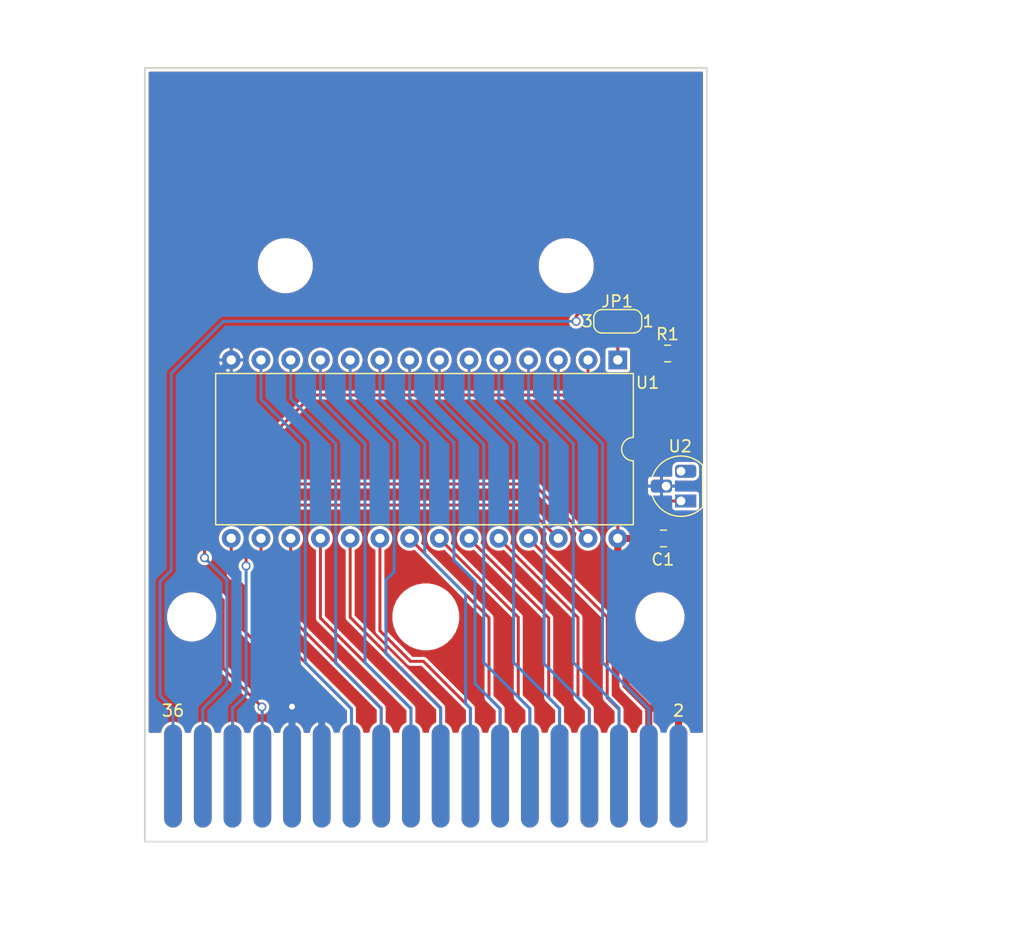
<source format=kicad_pcb>
(kicad_pcb (version 20171130) (host pcbnew "(5.1.6-0)")
  (title_block (title "Vectrex Cartridge") (date 2020-06-19) (rev v1.0))
  (layers (0 F.Cu signal) (31 B.Cu signal) (34 B.Paste user hide) (35 F.Paste user hide) (36 B.SilkS user) (37 F.SilkS user) (38 B.Mask user) (39 F.Mask user) (44 Edge.Cuts user))
  (net 0 "")
  (net 1 GND)
  (net 2 V-HALT)
  (net 3 V-OE)
  (net 4 V-CE)
  (net 5 V-RW)
  (net 6 V-PB6)
  (net 7 C_D7)
  (net 8 C_D6)
  (net 9 C_D5)
  (net 10 C_D4)
  (net 11 C_D3)
  (net 12 C_D0)
  (net 13 C_D1)
  (net 14 C_D2)
  (net 15 C_A8)
  (net 16 C_A9)
  (net 17 C_A11)
  (net 18 C_A10)
  (net 19 C_A7)
  (net 20 C_A6)
  (net 21 C_A5)
  (net 22 C_A4)
  (net 23 C_A3)
  (net 24 C_A2)
  (net 25 C_A1)
  (net 26 C_A0)
  (net 27 C_A12)
  (net 28 C_A13)
  (net 29 C_A14)
  (net 30 V-CART)
  (net 31 V-NMI)
  (net 32 V-IRQ)
  (net 33 +5V)
  (net 34 "Net-(JP1-Pad2)")
  (module vectrex-cartridge:SolderJumper-3_P1.3mm_Bridged12_RoundedPad1.0x1.5mm_NumberLabels (layer F.Cu) (at 158.1 92.35 180)
    (fp_text reference JP1 (at 0.05 1.7) (layer F.SilkS))
    (fp_text value SolderJumper_3_Bridged12 hide)
    (fp_arc (start -1.35 -0.3) (end -1.35 -1) (angle -90) (layer F.SilkS) (width 0.12))
    (fp_arc (start -1.35 0.3) (end -2.05 0.3) (angle -90) (layer F.SilkS) (width 0.12))
    (fp_arc (start 1.35 0.3) (end 1.35 1) (angle -90) (layer F.SilkS) (width 0.12))
    (fp_arc (start 1.35 -0.3) (end 2.05 -0.3) (angle -90) (layer F.SilkS) (width 0.12))
    (fp_text user 1 (at -2.6 0) (layer F.SilkS))
    (fp_text user 3 (at 2.6 0) (layer F.SilkS))
    (fp_poly (pts (xy -0.9 -0.2) (xy -0.4 -0.2) (xy -0.4 0.2) (xy -0.9 0.2)) (layer F.Cu) (width 0))
    (fp_line (start -1.4 -1) (end 1.4 -1) (layer F.SilkS) (width 0.12))
    (fp_line (start 2.05 -0.3) (end 2.05 0.3) (layer F.SilkS) (width 0.12))
    (fp_line (start 1.4 1) (end -1.4 1) (layer F.SilkS) (width 0.12))
    (fp_line (start -2.05 0.3) (end -2.05 -0.3) (layer F.SilkS) (width 0.12))
    (pad 1 smd custom (at -1.3 0 180) (size 1 0.5) (layers F.Cu F.Mask) (net 33 +5V) (options (clearance outline) (anchor rect)) (primitives (gr_poly (pts (xy 0.55 -0.75) (xy 0 -0.75) (xy 0 0.75) (xy 0.55 0.75)) (width 0)) (gr_circle (center 0 0.25) (end 0.5 0.25) (width 0)) (gr_circle (center 0 -0.25) (end 0.5 -0.25) (width 0))))
    (pad 2 smd rect (at 0 0 180) (size 1 1.5) (layers F.Cu F.Mask) (net 34 "Net-(JP1-Pad2)"))
    (pad 3 smd custom (at 1.3 0 180) (size 1 0.5) (layers F.Cu F.Mask) (net 6 V-PB6) (options (clearance outline) (anchor rect)) (primitives (gr_circle (center 0 0.25) (end 0.5 0.25) (width 0)) (gr_circle (center 0 -0.25) (end 0.5 -0.25) (width 0)) (gr_poly (pts (xy -0.55 -0.75) (xy 0 -0.75) (xy 0 0.75) (xy -0.55 0.75)) (width 0))))
  )
  (module vectrex-cartridge:vectrex-uk-soldermask (layer B.Cu) (at 141.75 78.75 180)
    (fp_text reference G3 hide)
    (fp_text value LOGO hide)
  )
  (module vectrex-cartridge:vectrex-us-soldermask (layer B.Cu) (at 141.5 103.1 180)
    (fp_text reference G2 hide)
    (fp_text value LOGO hide)
  )
  (module vectrex-cartridge:vectrex-us-soldermask (layer F.Cu) (at 141.75 77.85)
    (fp_text reference G1 hide)
    (fp_text value LOGO hide)
  )
  (module vectrex-cartridge:TO-92L_HandSolder (layer F.Cu) (at 163.5 107.7 90)
    (fp_text reference U2 (at 4.67 -0.07 180) (layer F.SilkS))
    (fp_text value "DS2431+ TO-92" hide)
    (fp_arc (start 1.27 0) (end 2.05 -2.45) (angle 117.6433766) (layer F.SilkS) (width 0.12))
    (fp_arc (start 1.27 0) (end 0.45 -2.45) (angle -116.9763941) (layer F.SilkS) (width 0.12))
    (fp_line (start -0.53 1.85) (end 3.07 1.85) (layer F.SilkS) (width 0.12))
    (pad 1 thru_hole rect (at 0 0 90) (size 1.1 1.8) (drill 0.75 (offset 0 0.4)) (layers *.Cu *.Mask) (net 6 V-PB6))
    (pad 3 thru_hole roundrect (at 2.54 0 90) (size 1.1 1.8) (drill 0.75 (offset 0 0.4)) (layers *.Cu *.Mask))
    (pad 2 thru_hole roundrect (at 1.27 -1.27 90) (size 1.1 1.8) (drill 0.75 (offset 0 -0.4)) (layers *.Cu *.Mask) (net 1 GND))
  )
  (module Package_DIP:DIP-28_W15.24mm (layer F.Cu) (at 158.1 95.65 270)
    (fp_text reference U1 (at 1.95 -2.55 180) (layer F.SilkS))
    (fp_text value "AT27C256R-70PU / AT27C512R-70PU" hide)
    (fp_arc (start 7.62 -1.33) (end 6.62 -1.33) (angle -180) (layer F.SilkS) (width 0.12))
    (fp_line (start 6.62 -1.33) (end 1.16 -1.33) (layer F.SilkS) (width 0.12))
    (fp_line (start 1.16 -1.33) (end 1.16 34.35) (layer F.SilkS) (width 0.12))
    (fp_line (start 1.16 34.35) (end 14.08 34.35) (layer F.SilkS) (width 0.12))
    (fp_line (start 14.08 34.35) (end 14.08 -1.33) (layer F.SilkS) (width 0.12))
    (fp_line (start 14.08 -1.33) (end 8.62 -1.33) (layer F.SilkS) (width 0.12))
    (pad 28 thru_hole oval (at 15.24 0 270) (size 1.6 1.6) (drill 0.8) (layers *.Cu *.Mask) (net 33 +5V))
    (pad 14 thru_hole oval (at 0 33.02 270) (size 1.6 1.6) (drill 0.8) (layers *.Cu *.Mask) (net 1 GND))
    (pad 27 thru_hole oval (at 15.24 2.54 270) (size 1.6 1.6) (drill 0.8) (layers *.Cu *.Mask) (net 29 C_A14))
    (pad 13 thru_hole oval (at 0 30.48 270) (size 1.6 1.6) (drill 0.8) (layers *.Cu *.Mask) (net 14 C_D2))
    (pad 26 thru_hole oval (at 15.24 5.08 270) (size 1.6 1.6) (drill 0.8) (layers *.Cu *.Mask) (net 28 C_A13))
    (pad 12 thru_hole oval (at 0 27.94 270) (size 1.6 1.6) (drill 0.8) (layers *.Cu *.Mask) (net 13 C_D1))
    (pad 25 thru_hole oval (at 15.24 7.62 270) (size 1.6 1.6) (drill 0.8) (layers *.Cu *.Mask) (net 15 C_A8))
    (pad 11 thru_hole oval (at 0 25.4 270) (size 1.6 1.6) (drill 0.8) (layers *.Cu *.Mask) (net 12 C_D0))
    (pad 24 thru_hole oval (at 15.24 10.16 270) (size 1.6 1.6) (drill 0.8) (layers *.Cu *.Mask) (net 16 C_A9))
    (pad 10 thru_hole oval (at 0 22.86 270) (size 1.6 1.6) (drill 0.8) (layers *.Cu *.Mask) (net 26 C_A0))
    (pad 23 thru_hole oval (at 15.24 12.7 270) (size 1.6 1.6) (drill 0.8) (layers *.Cu *.Mask) (net 17 C_A11))
    (pad 9 thru_hole oval (at 0 20.32 270) (size 1.6 1.6) (drill 0.8) (layers *.Cu *.Mask) (net 25 C_A1))
    (pad 22 thru_hole oval (at 15.24 15.24 270) (size 1.6 1.6) (drill 0.8) (layers *.Cu *.Mask) (net 3 V-OE))
    (pad 8 thru_hole oval (at 0 17.78 270) (size 1.6 1.6) (drill 0.8) (layers *.Cu *.Mask) (net 24 C_A2))
    (pad 21 thru_hole oval (at 15.24 17.78 270) (size 1.6 1.6) (drill 0.8) (layers *.Cu *.Mask) (net 18 C_A10))
    (pad 7 thru_hole oval (at 0 15.24 270) (size 1.6 1.6) (drill 0.8) (layers *.Cu *.Mask) (net 23 C_A3))
    (pad 20 thru_hole oval (at 15.24 20.32 270) (size 1.6 1.6) (drill 0.8) (layers *.Cu *.Mask) (net 4 V-CE))
    (pad 6 thru_hole oval (at 0 12.7 270) (size 1.6 1.6) (drill 0.8) (layers *.Cu *.Mask) (net 22 C_A4))
    (pad 19 thru_hole oval (at 15.24 22.86 270) (size 1.6 1.6) (drill 0.8) (layers *.Cu *.Mask) (net 7 C_D7))
    (pad 5 thru_hole oval (at 0 10.16 270) (size 1.6 1.6) (drill 0.8) (layers *.Cu *.Mask) (net 21 C_A5))
    (pad 18 thru_hole oval (at 15.24 25.4 270) (size 1.6 1.6) (drill 0.8) (layers *.Cu *.Mask) (net 8 C_D6))
    (pad 4 thru_hole oval (at 0 7.62 270) (size 1.6 1.6) (drill 0.8) (layers *.Cu *.Mask) (net 20 C_A6))
    (pad 17 thru_hole oval (at 15.24 27.94 270) (size 1.6 1.6) (drill 0.8) (layers *.Cu *.Mask) (net 9 C_D5))
    (pad 3 thru_hole oval (at 0 5.08 270) (size 1.6 1.6) (drill 0.8) (layers *.Cu *.Mask) (net 19 C_A7))
    (pad 16 thru_hole oval (at 15.24 30.48 270) (size 1.6 1.6) (drill 0.8) (layers *.Cu *.Mask) (net 10 C_D4))
    (pad 2 thru_hole oval (at 0 2.54 270) (size 1.6 1.6) (drill 0.8) (layers *.Cu *.Mask) (net 27 C_A12))
    (pad 15 thru_hole oval (at 15.24 33.02 270) (size 1.6 1.6) (drill 0.8) (layers *.Cu *.Mask) (net 11 C_D3))
    (pad 1 thru_hole rect (at 0 0 270) (size 1.6 1.6) (drill 0.8) (layers *.Cu *.Mask) (net 34 "Net-(JP1-Pad2)"))
  )
  (module Resistor_SMD:R_0805_2012Metric_Pad1.15x1.40mm_HandSolder (layer F.Cu) (at 162.35 95.1)
    (fp_text reference R1 (at 0 -1.65) (layer F.SilkS))
    (fp_text value "3.3k 0805" hide)
    (fp_line (start -0.261252 -0.71) (end 0.261252 -0.71) (layer F.SilkS) (width 0.12))
    (fp_line (start -0.261252 0.71) (end 0.261252 0.71) (layer F.SilkS) (width 0.12))
    (pad 2 smd roundrect (at 1.025 0) (size 1.15 1.4) (layers F.Cu F.Paste F.Mask) (roundrect_rratio 0.217391) (net 6 V-PB6))
    (pad 1 smd roundrect (at -1.025 0) (size 1.15 1.4) (layers F.Cu F.Paste F.Mask) (roundrect_rratio 0.217391) (net 33 +5V))
  )
  (module vectrex-cartridge:Mounting_Hole_D4.2mm (layer F.Cu) (at 129.7 87.6)
    (fp_text reference H5 hide)
    (fp_text value 4.2mm hide)
    (pad "" np_thru_hole circle (at 0 0) (size 4.2 4.2) (drill 4.2) (layers *.Cu *.Mask))
  )
  (module vectrex-cartridge:Mounting_Hole_D4.2mm (layer F.Cu) (at 153.7 87.6)
    (fp_text reference H4 hide)
    (fp_text value 4.2mm hide)
    (pad "" np_thru_hole circle (at 0 0) (size 4.2 4.2) (drill 4.2) (layers *.Cu *.Mask))
  )
  (module vectrex-cartridge:Mounting_Hole_D3.7mm (layer F.Cu) (at 121.7 117.6)
    (fp_text reference H3 hide)
    (fp_text value 3.7mm hide)
    (pad "" np_thru_hole circle (at 0 0) (size 3.7 3.7) (drill 3.7) (layers *.Cu *.Mask))
  )
  (module vectrex-cartridge:Mounting_Hole_D5.2mm (layer F.Cu) (at 141.7 117.6)
    (fp_text reference H2 hide)
    (fp_text value 5.2mm hide)
    (pad "" np_thru_hole circle (at 0 0) (size 5.2 5.2) (drill 5.2) (layers *.Cu *.Mask))
  )
  (module vectrex-cartridge:Mounting_Hole_D3.7mm (layer F.Cu) (at 161.7 117.6)
    (fp_text reference H1 hide)
    (fp_text value 3.7mm hide)
    (pad "" np_thru_hole circle (at 0 0) (size 3.7 3.7) (drill 3.7) (layers *.Cu *.Mask))
  )
  (module Capacitor_SMD:C_0805_2012Metric_Pad1.15x1.40mm_HandSolder (layer F.Cu) (at 162 110.9)
    (fp_text reference C1 (at -0.05 1.8 180) (layer F.SilkS))
    (fp_text value "0.1uF 0805" hide)
    (fp_line (start -0.261252 0.71) (end 0.261252 0.71) (layer F.SilkS) (width 0.12))
    (fp_line (start -0.261252 -0.71) (end 0.261252 -0.71) (layer F.SilkS) (width 0.12))
    (pad 1 smd roundrect (at -1.025 0) (size 1.15 1.4) (layers F.Cu F.Paste F.Mask) (roundrect_rratio 0.217391) (net 33 +5V))
    (pad 2 smd roundrect (at 1.025 0) (size 1.15 1.4) (layers F.Cu F.Paste F.Mask) (roundrect_rratio 0.217391) (net 1 GND))
  )
  (module vectrex-cartridge:vectrex-edge-connector-thinner-no-soldermask (layer F.Cu) (at 141.7 131.2 180)
    (fp_text reference CON1 hide)
    (fp_text value vectrex-edge-connector hide)
    (fp_text user 36 (at 21.59 5.588 180) (layer F.SilkS))
    (fp_text user 2 (at -21.59 5.588 180) (layer F.SilkS))
    (pad 35 smd oval (at 21.59 0 180) (size 1.52 8.8) (layers B.Cu B.Mask) (net 6 V-PB6))
    (pad 33 smd oval (at 19.05 0 180) (size 1.52 8.8) (layers B.Cu B.Mask) (net 29 C_A14))
    (pad 31 smd oval (at 16.51 0 180) (size 1.52 8.8) (layers B.Cu B.Mask) (net 28 C_A13))
    (pad 29 smd oval (at 13.97 0 180) (size 1.52 8.8) (layers B.Cu B.Mask) (net 27 C_A12))
    (pad 27 smd oval (at 11.43 0 180) (size 1.52 8.8) (layers B.Cu B.Mask) (net 1 GND))
    (pad 25 smd oval (at 8.89 0 180) (size 1.52 8.8) (layers B.Cu B.Mask) (net 1 GND))
    (pad 23 smd oval (at 6.35 0 180) (size 1.52 8.8) (layers B.Cu B.Mask) (net 14 C_D2))
    (pad 21 smd oval (at 3.81 0 180) (size 1.52 8.8) (layers B.Cu B.Mask) (net 13 C_D1))
    (pad 19 smd oval (at 1.27 0 180) (size 1.52 8.8) (layers B.Cu B.Mask) (net 12 C_D0))
    (pad 17 smd oval (at -1.27 0 180) (size 1.52 8.8) (layers B.Cu B.Mask) (net 26 C_A0))
    (pad 15 smd oval (at -3.81 0 180) (size 1.52 8.8) (layers B.Cu B.Mask) (net 25 C_A1))
    (pad 13 smd oval (at -6.35 0 180) (size 1.52 8.8) (layers B.Cu B.Mask) (net 24 C_A2))
    (pad 11 smd oval (at -8.89 0 180) (size 1.52 8.8) (layers B.Cu B.Mask) (net 23 C_A3))
    (pad 9 smd oval (at -11.43 0 180) (size 1.52 8.8) (layers B.Cu B.Mask) (net 22 C_A4))
    (pad 7 smd oval (at -13.97 0 180) (size 1.52 8.8) (layers B.Cu B.Mask) (net 21 C_A5))
    (pad 5 smd oval (at -16.51 0 180) (size 1.52 8.8) (layers B.Cu B.Mask) (net 20 C_A6))
    (pad 3 smd oval (at -19.05 0 180) (size 1.52 8.8) (layers B.Cu B.Mask) (net 19 C_A7))
    (pad 36 smd oval (at 21.59 0 180) (size 1.52 8.8) (layers F.Cu F.Mask) (net 32 V-IRQ))
    (pad 34 smd oval (at 19.05 0 180) (size 1.52 8.8) (layers F.Cu F.Mask) (net 31 V-NMI))
    (pad 32 smd oval (at 16.51 0 180) (size 1.52 8.8) (layers F.Cu F.Mask) (net 30 V-CART))
    (pad 30 smd oval (at 13.97 0 180) (size 1.52 8.8) (layers F.Cu F.Mask) (net 5 V-RW))
    (pad 28 smd oval (at 11.43 0 180) (size 1.52 8.8) (layers F.Cu F.Mask) (net 1 GND))
    (pad 26 smd oval (at 8.89 0 180) (size 1.52 8.8) (layers F.Cu F.Mask) (net 11 C_D3))
    (pad 24 smd oval (at 6.35 0 180) (size 1.52 8.8) (layers F.Cu F.Mask) (net 10 C_D4))
    (pad 22 smd oval (at 3.81 0 180) (size 1.52 8.8) (layers F.Cu F.Mask) (net 9 C_D5))
    (pad 20 smd oval (at 1.27 0 180) (size 1.52 8.8) (layers F.Cu F.Mask) (net 8 C_D6))
    (pad 18 smd oval (at -1.27 0 180) (size 1.52 8.8) (layers F.Cu F.Mask) (net 7 C_D7))
    (pad 16 smd oval (at -3.81 0 180) (size 1.52 8.8) (layers F.Cu F.Mask) (net 4 V-CE))
    (pad 14 smd oval (at -6.35 0 180) (size 1.52 8.8) (layers F.Cu F.Mask) (net 18 C_A10))
    (pad 12 smd oval (at -8.89 0 180) (size 1.52 8.8) (layers F.Cu F.Mask) (net 3 V-OE))
    (pad 10 smd oval (at -11.43 0 180) (size 1.52 8.8) (layers F.Cu F.Mask) (net 17 C_A11))
    (pad 8 smd oval (at -13.97 0 180) (size 1.52 8.8) (layers F.Cu F.Mask) (net 16 C_A9))
    (pad 6 smd oval (at -16.51 0 180) (size 1.52 8.8) (layers F.Cu F.Mask) (net 15 C_A8))
    (pad 4 smd oval (at -19.05 0 180) (size 1.52 8.8) (layers F.Cu F.Mask) (net 33 +5V))
    (pad 2 smd oval (at -21.59 0 180) (size 1.52 8.8) (layers F.Cu F.Mask) (net 33 +5V))
    (pad 1 smd oval (at -21.59 0 180) (size 1.52 8.8) (layers B.Cu B.Mask) (net 2 V-HALT))
  )
  (gr_line (start 165.7 70.7) (end 117.7 70.7) (angle 90) (layer Edge.Cuts) (width 0.15))
  (gr_line (start 117.7 70.7) (end 117.7 136.8) (angle 90) (layer Edge.Cuts) (width 0.15))
  (gr_line (start 117.7 136.8) (end 165.7 136.8) (angle 90) (layer Edge.Cuts) (width 0.15))
  (gr_line (start 165.7 136.8) (end 165.7 70.7) (angle 90) (layer Edge.Cuts) (width 0.15))
  (segment (start 132.81 125.41) (end 132.81 131.2) (width 0.6096) (layer B.Cu) (net 1))
  (segment (start 130.27 122.87) (end 132.81 125.41) (width 0.6096) (layer B.Cu) (net 1))
  (via (at 130.27 125.27) (size 0.762) (drill 0.508) (layers F.Cu B.Cu) (net 1))
  (segment (start 130.27 131.2) (end 130.27 125.27) (width 0.6096) (layer F.Cu) (net 1))
  (segment (start 130.27 131.2) (end 130.27 125.27) (width 0.6096) (layer B.Cu) (net 1))
  (segment (start 130.27 124.33) (end 130.27 122.87) (width 0.6096) (layer B.Cu) (net 1))
  (segment (start 130.27 125.27) (end 130.27 124.33) (width 0.6096) (layer F.Cu) (net 1))
  (segment (start 128.8 113.8) (end 128.8 121.4) (width 0.6096) (layer B.Cu) (net 1))
  (segment (start 128.8 121.4) (end 130.27 122.87) (width 0.6096) (layer B.Cu) (net 1))
  (segment (start 122.8 111.110054) (end 124.052144 112.362198) (width 0.254) (layer B.Cu) (net 1))
  (segment (start 127.362198 112.362198) (end 128.8 113.8) (width 0.254) (layer B.Cu) (net 1))
  (segment (start 125.08 95.66) (end 122.8 97.94) (width 0.6096) (layer B.Cu) (net 1))
  (segment (start 124.052144 112.362198) (end 127.362198 112.362198) (width 0.254) (layer B.Cu) (net 1))
  (segment (start 122.8 97.94) (end 122.8 111.110054) (width 0.6096) (layer B.Cu) (net 1))
  (segment (start 149.6 117.64) (end 142.86 110.9) (width 0.254) (layer F.Cu) (net 3))
  (segment (start 149.6 124.45) (end 149.6 117.64) (width 0.254) (layer F.Cu) (net 3))
  (segment (start 150.59 125.44) (end 149.6 124.45) (width 0.254) (layer F.Cu) (net 3))
  (segment (start 150.59 131.2) (end 150.59 125.44) (width 0.254) (layer F.Cu) (net 3))
  (segment (start 140.4 121.4) (end 137.78 118.78) (width 0.254) (layer F.Cu) (net 4))
  (segment (start 141.5 121.4) (end 140.4 121.4) (width 0.254) (layer F.Cu) (net 4))
  (segment (start 145.51 125.41) (end 141.5 121.4) (width 0.254) (layer F.Cu) (net 4))
  (segment (start 145.51 131.2) (end 145.51 125.41) (width 0.254) (layer F.Cu) (net 4))
  (segment (start 137.78 118.78) (end 137.78 110.9) (width 0.254) (layer F.Cu) (net 4))
  (via (at 154.55 92.35) (size 0.762) (drill 0.508) (layers F.Cu B.Cu) (net 6))
  (segment (start 154.55 91.9) (end 155.75 90.7) (width 0.254) (layer F.Cu) (net 6))
  (segment (start 155.75 90.7) (end 156.8 90.7) (width 0.254) (layer F.Cu) (net 6))
  (segment (start 154.55 92.35) (end 154.55 91.9) (width 0.254) (layer F.Cu) (net 6))
  (segment (start 119.95 96.8) (end 124.4 92.35) (width 0.254) (layer B.Cu) (net 6))
  (segment (start 119 114.575) (end 119.95 113.625) (width 0.254) (layer B.Cu) (net 6))
  (segment (start 124.4 92.35) (end 154.55 92.35) (width 0.254) (layer B.Cu) (net 6))
  (segment (start 119 124.35) (end 119 114.575) (width 0.254) (layer B.Cu) (net 6))
  (segment (start 120.1 125.45) (end 119 124.35) (width 0.254) (layer B.Cu) (net 6))
  (segment (start 119.95 113.625) (end 119.95 96.8) (width 0.254) (layer B.Cu) (net 6))
  (segment (start 120.1 131.19) (end 120.1 125.45) (width 0.254) (layer B.Cu) (net 6))
  (segment (start 120.11 131.2) (end 120.1 131.19) (width 0.254) (layer B.Cu) (net 6))
  (segment (start 163.375 97.675) (end 159.85 101.2) (width 0.254) (layer F.Cu) (net 6))
  (segment (start 159.85 107.2) (end 160.35 107.7) (width 0.254) (layer F.Cu) (net 6))
  (segment (start 159.85 101.2) (end 159.85 107.2) (width 0.254) (layer F.Cu) (net 6))
  (segment (start 163.375 95.1) (end 163.375 97.675) (width 0.254) (layer F.Cu) (net 6))
  (segment (start 162.1 107.7) (end 163.5 107.7) (width 0.254) (layer F.Cu) (net 6))
  (segment (start 160.35 107.7) (end 162.1 107.7) (width 0.254) (layer F.Cu) (net 6))
  (segment (start 162.1 107.7) (end 163.2 107.7) (width 0.254) (layer F.Cu) (net 6))
  (segment (start 161.25 90.7) (end 158.3 90.7) (width 0.254) (layer F.Cu) (net 6))
  (segment (start 158.3 90.7) (end 156.8 90.7) (width 0.254) (layer F.Cu) (net 6))
  (segment (start 163.375 92.825) (end 161.25 90.7) (width 0.254) (layer F.Cu) (net 6))
  (segment (start 163.375 95.1) (end 163.375 92.825) (width 0.254) (layer F.Cu) (net 6))
  (segment (start 156.8 92.35) (end 156.8 90.7) (width 0.254) (layer F.Cu) (net 6))
  (segment (start 142.97 125.37) (end 142.97 131.2) (width 0.254) (layer F.Cu) (net 7))
  (segment (start 135.24 117.64) (end 142.97 125.37) (width 0.254) (layer F.Cu) (net 7))
  (segment (start 135.24 110.9) (end 135.24 117.64) (width 0.254) (layer F.Cu) (net 7))
  (segment (start 140.43 125.43) (end 140.43 131.2) (width 0.254) (layer F.Cu) (net 8))
  (segment (start 132.7 117.7) (end 140.43 125.43) (width 0.254) (layer F.Cu) (net 8))
  (segment (start 132.7 117.7) (end 132.7 110.9) (width 0.254) (layer F.Cu) (net 8))
  (segment (start 137.89 125.39) (end 137.89 131.2) (width 0.254) (layer F.Cu) (net 9))
  (segment (start 130.16 117.66) (end 137.89 125.39) (width 0.254) (layer F.Cu) (net 9))
  (segment (start 130.16 110.9) (end 130.16 117.66) (width 0.254) (layer F.Cu) (net 9))
  (segment (start 135.35 125.45) (end 135.35 131.2) (width 0.254) (layer F.Cu) (net 10))
  (segment (start 127.62 117.72) (end 135.35 125.45) (width 0.254) (layer F.Cu) (net 10))
  (segment (start 127.62 117.72) (end 127.62 110.9) (width 0.254) (layer F.Cu) (net 10))
  (segment (start 125.08 113.93) (end 125.08 110.9) (width 0.254) (layer F.Cu) (net 11))
  (segment (start 126.1 114.95) (end 125.08 113.93) (width 0.254) (layer F.Cu) (net 11))
  (segment (start 126.1 118.7) (end 126.1 114.95) (width 0.254) (layer F.Cu) (net 11))
  (segment (start 132.81 125.41) (end 126.1 118.7) (width 0.254) (layer F.Cu) (net 11))
  (segment (start 132.81 131.2) (end 132.81 125.41) (width 0.254) (layer F.Cu) (net 11))
  (segment (start 140.43 125.43) (end 140.43 131.2) (width 0.254) (layer B.Cu) (net 12))
  (segment (start 136.5 121.5) (end 140.43 125.43) (width 0.254) (layer B.Cu) (net 12))
  (segment (start 136.5 102.8) (end 136.5 121.5) (width 0.254) (layer B.Cu) (net 12))
  (segment (start 132.7 99) (end 136.5 102.8) (width 0.254) (layer B.Cu) (net 12))
  (segment (start 132.7 95.66) (end 132.7 99) (width 0.254) (layer B.Cu) (net 12))
  (segment (start 137.89 125.44) (end 137.89 131.2) (width 0.254) (layer B.Cu) (net 13))
  (segment (start 134 121.55) (end 137.89 125.44) (width 0.254) (layer B.Cu) (net 13))
  (segment (start 134 102.8) (end 134 121.55) (width 0.254) (layer B.Cu) (net 13))
  (segment (start 130.16 98.96) (end 134 102.8) (width 0.254) (layer B.Cu) (net 13))
  (segment (start 130.16 98.96) (end 130.16 95.66) (width 0.254) (layer B.Cu) (net 13))
  (segment (start 135.35 125.45) (end 135.35 131.2) (width 0.254) (layer B.Cu) (net 14))
  (segment (start 131.4 102.8) (end 131.4 121.5) (width 0.254) (layer B.Cu) (net 14))
  (segment (start 131.4 121.5) (end 135.35 125.45) (width 0.254) (layer B.Cu) (net 14))
  (segment (start 127.62 99.02) (end 131.4 102.8) (width 0.254) (layer B.Cu) (net 14))
  (segment (start 127.62 99.02) (end 127.62 95.66) (width 0.254) (layer B.Cu) (net 14))
  (segment (start 157.2 117.62) (end 150.48 110.9) (width 0.254) (layer F.Cu) (net 15))
  (segment (start 157.2 124.5) (end 157.2 117.62) (width 0.254) (layer F.Cu) (net 15))
  (segment (start 158.21 125.51) (end 157.2 124.5) (width 0.254) (layer F.Cu) (net 15))
  (segment (start 158.21 131.2) (end 158.21 125.51) (width 0.254) (layer F.Cu) (net 15))
  (segment (start 154.7 117.66) (end 147.94 110.9) (width 0.254) (layer F.Cu) (net 16))
  (segment (start 154.7 124.5) (end 154.7 117.66) (width 0.254) (layer F.Cu) (net 16))
  (segment (start 155.67 125.47) (end 154.7 124.5) (width 0.254) (layer F.Cu) (net 16))
  (segment (start 155.67 131.2) (end 155.67 125.47) (width 0.254) (layer F.Cu) (net 16))
  (segment (start 152.2 124.5) (end 153.13 125.43) (width 0.254) (layer F.Cu) (net 17))
  (segment (start 152.2 117.7) (end 152.2 124.5) (width 0.254) (layer F.Cu) (net 17))
  (segment (start 153.13 125.43) (end 153.13 131.2) (width 0.254) (layer F.Cu) (net 17))
  (segment (start 152.2 117.7) (end 145.4 110.9) (width 0.254) (layer F.Cu) (net 17))
  (segment (start 147.1 117.68) (end 140.32 110.9) (width 0.254) (layer F.Cu) (net 18))
  (segment (start 147.1 124.5) (end 147.1 117.68) (width 0.254) (layer F.Cu) (net 18))
  (segment (start 148.05 125.45) (end 147.1 124.5) (width 0.254) (layer F.Cu) (net 18))
  (segment (start 148.05 131.2) (end 148.05 125.45) (width 0.254) (layer F.Cu) (net 18))
  (segment (start 160.75 125.45) (end 160.75 131.2) (width 0.254) (layer B.Cu) (net 19))
  (segment (start 156.8 121.5) (end 160.75 125.45) (width 0.254) (layer B.Cu) (net 19))
  (segment (start 156.8 102.8) (end 156.8 121.5) (width 0.254) (layer B.Cu) (net 19))
  (segment (start 153.02 99.02) (end 156.8 102.8) (width 0.254) (layer B.Cu) (net 19))
  (segment (start 153.02 99.02) (end 153.02 95.66) (width 0.254) (layer B.Cu) (net 19))
  (segment (start 154.3 102.8) (end 154.3 121.5) (width 0.254) (layer B.Cu) (net 20))
  (segment (start 158.21 125.41) (end 158.21 131.2) (width 0.254) (layer B.Cu) (net 20))
  (segment (start 154.3 121.5) (end 158.21 125.41) (width 0.254) (layer B.Cu) (net 20))
  (segment (start 150.48 98.98) (end 154.3 102.8) (width 0.254) (layer B.Cu) (net 20))
  (segment (start 150.48 98.98) (end 150.48 95.66) (width 0.254) (layer B.Cu) (net 20))
  (segment (start 155.67 125.47) (end 155.67 131.2) (width 0.254) (layer B.Cu) (net 21))
  (segment (start 151.8 121.6) (end 155.67 125.47) (width 0.254) (layer B.Cu) (net 21))
  (segment (start 151.8 102.8) (end 151.8 121.6) (width 0.254) (layer B.Cu) (net 21))
  (segment (start 147.94 98.94) (end 151.8 102.8) (width 0.254) (layer B.Cu) (net 21))
  (segment (start 147.94 98.94) (end 147.94 95.66) (width 0.254) (layer B.Cu) (net 21))
  (segment (start 153.13 125.43) (end 153.13 131.2) (width 0.254) (layer B.Cu) (net 22))
  (segment (start 149.2 102.8) (end 149.2 121.5) (width 0.254) (layer B.Cu) (net 22))
  (segment (start 145.4 99) (end 149.2 102.8) (width 0.254) (layer B.Cu) (net 22))
  (segment (start 149.2 121.5) (end 153.13 125.43) (width 0.254) (layer B.Cu) (net 22))
  (segment (start 145.4 99) (end 145.4 95.66) (width 0.254) (layer B.Cu) (net 22))
  (segment (start 146.65 121.5) (end 150.59 125.44) (width 0.254) (layer B.Cu) (net 23))
  (segment (start 150.59 125.44) (end 150.59 131.2) (width 0.254) (layer B.Cu) (net 23))
  (segment (start 146.65 102.85) (end 146.65 121.5) (width 0.254) (layer B.Cu) (net 23))
  (segment (start 142.86 99.06) (end 146.65 102.85) (width 0.254) (layer B.Cu) (net 23))
  (segment (start 142.86 99.06) (end 142.86 95.66) (width 0.254) (layer B.Cu) (net 23))
  (segment (start 148.05 125.45) (end 148.05 131.2) (width 0.254) (layer B.Cu) (net 24))
  (segment (start 145.9 123.3) (end 148.05 125.45) (width 0.254) (layer B.Cu) (net 24))
  (segment (start 144.1 112.75) (end 145.9 114.55) (width 0.254) (layer B.Cu) (net 24))
  (segment (start 140.32 98.92) (end 144.1 102.7) (width 0.254) (layer B.Cu) (net 24))
  (segment (start 144.1 102.7) (end 144.1 112.75) (width 0.254) (layer B.Cu) (net 24))
  (segment (start 145.9 114.55) (end 145.9 123.3) (width 0.254) (layer B.Cu) (net 24))
  (segment (start 140.32 98.92) (end 140.32 95.66) (width 0.254) (layer B.Cu) (net 24))
  (segment (start 145.1 115.7) (end 145.1 125) (width 0.254) (layer B.Cu) (net 25))
  (segment (start 145.51 125.41) (end 145.51 131.2) (width 0.254) (layer B.Cu) (net 25))
  (segment (start 141.6 112.2) (end 145.1 115.7) (width 0.254) (layer B.Cu) (net 25))
  (segment (start 145.1 125) (end 145.51 125.41) (width 0.254) (layer B.Cu) (net 25))
  (segment (start 141.6 102.8) (end 141.6 112.2) (width 0.254) (layer B.Cu) (net 25))
  (segment (start 137.78 98.98) (end 141.6 102.8) (width 0.254) (layer B.Cu) (net 25))
  (segment (start 137.78 98.98) (end 137.78 95.66) (width 0.254) (layer B.Cu) (net 25))
  (segment (start 138.3 120.75) (end 142.97 125.42) (width 0.254) (layer B.Cu) (net 26))
  (segment (start 138.3 114.45) (end 138.3 120.75) (width 0.254) (layer B.Cu) (net 26))
  (segment (start 142.97 125.42) (end 142.97 131.2) (width 0.254) (layer B.Cu) (net 26))
  (segment (start 139 113.75) (end 138.3 114.45) (width 0.254) (layer B.Cu) (net 26))
  (segment (start 139 102.7) (end 139 113.75) (width 0.254) (layer B.Cu) (net 26))
  (segment (start 135.24 98.94) (end 139 102.7) (width 0.254) (layer B.Cu) (net 26))
  (segment (start 135.24 98.94) (end 135.24 95.66) (width 0.254) (layer B.Cu) (net 26))
  (via (at 127.7 125.300002) (size 0.762) (drill 0.508) (layers F.Cu B.Cu) (net 27))
  (segment (start 127.73 131.2) (end 127.73 125.330002) (width 0.254) (layer B.Cu) (net 27))
  (segment (start 127.73 125.330002) (end 127.7 125.300002) (width 0.254) (layer B.Cu) (net 27))
  (segment (start 124.4 122.000002) (end 127.7 125.300002) (width 0.254) (layer F.Cu) (net 27))
  (segment (start 121.45 113.226804) (end 124.4 116.176804) (width 0.254) (layer F.Cu) (net 27))
  (segment (start 155.56 97.54) (end 154.45 98.65) (width 0.254) (layer F.Cu) (net 27))
  (segment (start 121.45 109.2) (end 121.45 113.226804) (width 0.254) (layer F.Cu) (net 27))
  (segment (start 132 98.65) (end 121.45 109.2) (width 0.254) (layer F.Cu) (net 27))
  (segment (start 154.45 98.65) (end 132 98.65) (width 0.254) (layer F.Cu) (net 27))
  (segment (start 124.4 116.176804) (end 124.4 122.000002) (width 0.254) (layer F.Cu) (net 27))
  (segment (start 155.56 95.66) (end 155.56 97.54) (width 0.254) (layer F.Cu) (net 27))
  (via (at 126.35 113.250008) (size 0.762) (drill 0.508) (layers F.Cu B.Cu) (net 28))
  (segment (start 153.02 110.9) (end 150.17 108.05) (width 0.254) (layer F.Cu) (net 28))
  (segment (start 150.17 108.05) (end 127.6 108.05) (width 0.254) (layer F.Cu) (net 28))
  (segment (start 127.6 108.05) (end 126.35 109.3) (width 0.254) (layer F.Cu) (net 28))
  (segment (start 126.35 109.3) (end 126.35 113.250008) (width 0.254) (layer F.Cu) (net 28))
  (segment (start 125.19 125.41) (end 126.35 124.25) (width 0.254) (layer B.Cu) (net 28))
  (segment (start 126.35 124.25) (end 126.35 113.250008) (width 0.254) (layer B.Cu) (net 28))
  (segment (start 125.19 131.2) (end 125.19 125.41) (width 0.254) (layer B.Cu) (net 28))
  (segment (start 127 106.25) (end 122.800006 110.449994) (width 0.254) (layer F.Cu) (net 29))
  (segment (start 122.800006 110.449994) (end 122.800006 112.549998) (width 0.254) (layer F.Cu) (net 29))
  (segment (start 155.56 110.9) (end 150.91 106.25) (width 0.254) (layer F.Cu) (net 29))
  (segment (start 124.7 114.449992) (end 122.800006 112.549998) (width 0.254) (layer B.Cu) (net 29))
  (segment (start 150.91 106.25) (end 127 106.25) (width 0.254) (layer F.Cu) (net 29))
  (segment (start 122.65 125.45) (end 124.7 123.4) (width 0.254) (layer B.Cu) (net 29))
  (via (at 122.800006 112.549998) (size 0.762) (drill 0.508) (layers F.Cu B.Cu) (net 29))
  (segment (start 122.65 131.2) (end 122.65 125.45) (width 0.254) (layer B.Cu) (net 29))
  (segment (start 124.7 123.4) (end 124.7 114.449992) (width 0.254) (layer B.Cu) (net 29))
  (segment (start 160.75 125.398) (end 160.75 131.2) (width 0.6096) (layer F.Cu) (net 33))
  (segment (start 163.29 131.2) (end 163.29 125.99) (width 0.6096) (layer F.Cu) (net 33))
  (segment (start 162.698 125.398) (end 160.75 125.398) (width 0.6096) (layer F.Cu) (net 33))
  (segment (start 163.29 125.99) (end 162.698 125.398) (width 0.6096) (layer F.Cu) (net 33))
  (segment (start 158.11 110.9) (end 158.1 110.89) (width 0.254) (layer F.Cu) (net 33))
  (segment (start 160.975 110.9) (end 158.11 110.9) (width 0.6096) (layer F.Cu) (net 33))
  (segment (start 158.8 123.448) (end 160.75 125.398) (width 0.6096) (layer F.Cu) (net 33))
  (segment (start 158.8 116.8) (end 158.8 123.448) (width 0.6096) (layer F.Cu) (net 33))
  (segment (start 158.1 116.1) (end 158.8 116.8) (width 0.6096) (layer F.Cu) (net 33))
  (segment (start 158.1 110.89) (end 158.1 116.1) (width 0.6096) (layer F.Cu) (net 33))
  (segment (start 161.325 92.925) (end 161.325 95.1) (width 0.254) (layer F.Cu) (net 33))
  (segment (start 158.1 100.825) (end 158.1 110.89) (width 0.254) (layer F.Cu) (net 33))
  (segment (start 161.325 95.1) (end 161.325 97.6) (width 0.254) (layer F.Cu) (net 33))
  (segment (start 161.325 97.6) (end 158.1 100.825) (width 0.254) (layer F.Cu) (net 33))
  (segment (start 160.75 92.35) (end 161.325 92.925) (width 0.254) (layer F.Cu) (net 33))
  (segment (start 159.4 92.35) (end 160.75 92.35) (width 0.254) (layer F.Cu) (net 33))
  (segment (start 158.1 92.35) (end 158.1 95.65) (width 0.254) (layer F.Cu) (net 34))
  (zone (net 1) (net_name GND) (layer F.Cu) (connect_pads (clearance 0.254)) (min_thickness 0.2) (fill yes (arc_segments 32) (thermal_gap 0.254) (thermal_bridge_width 0.254))
    (polygon (pts (xy 165.7 127.5) (xy 117.7 127.5) (xy 117.7 70.7) (xy 165.7 70.7)))
  )
  (zone (net 1) (net_name GND) (layer B.Cu) (connect_pads (clearance 0.254)) (min_thickness 0.2) (fill yes (arc_segments 32) (thermal_gap 0.254) (thermal_bridge_width 0.254))
    (polygon (pts (xy 165.7 127.5) (xy 117.7 127.5) (xy 117.7 70.7) (xy 165.7 70.7)))
  )
)
</source>
